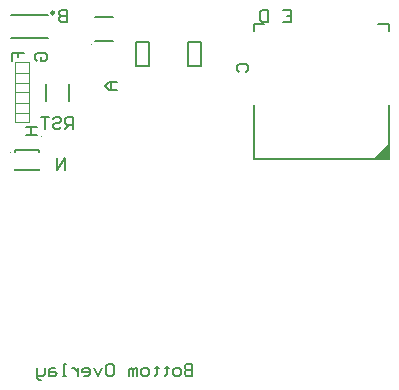
<source format=gbr>
G04 Layer_Color=32896*
%FSLAX45Y45*%
%MOMM*%
%TF.FileFunction,Legend,Bot*%
%TF.Part,Single*%
%TFFileComment,The blind Vias under BGA and Other Pads are Via-In-Pad (VIP)*%
G01*
G75*
%TA.AperFunction,NonConductor*%
%ADD38C,0.10000*%
%ADD39C,0.15000*%
%ADD89C,0.25000*%
%ADD90C,0.20000*%
%ADD91C,0.17780*%
G36*
X2709749Y-1068934D02*
X2579193D01*
X2709749Y-938378D01*
Y-1068934D01*
D02*
G37*
D38*
X95919Y-207554D02*
G03*
X95919Y-207554I-5000J0D01*
G01*
X198789Y-100554D02*
G03*
X198789Y-100554I-5000J0D01*
G01*
X-484371Y-1014615D02*
G03*
X-484371Y-1014615I-5000J0D01*
G01*
X-224371Y-878614D02*
G03*
X-224371Y-878614I-5000J0D01*
G01*
X995629Y-146614D02*
G03*
X995629Y-146614I-5000J0D01*
G01*
X-452495Y-341000D02*
X-333295D01*
X-452895Y-426500D02*
X-333595D01*
X-452795Y-508700D02*
X-333000D01*
X-452395Y-594482D02*
X-333495D01*
X-451795Y-684000D02*
X-332200D01*
X-452795Y-758800D02*
Y-248782D01*
X-333100D01*
Y-758800D02*
Y-248782D01*
X-452795Y-758800D02*
X-333100D01*
D39*
X1015789Y-283644D02*
X1125789D01*
X1015789D02*
Y-83644D01*
X1125789D01*
Y-283644D02*
Y-83644D01*
X570629Y-283614D02*
X680629D01*
X570629D02*
Y-83614D01*
X680629D01*
Y-283614D02*
Y-83614D01*
X-263932Y-865300D02*
X-363900D01*
X-313916D01*
Y-798655D01*
X-263932D01*
X-363900D01*
X-263106Y-240845D02*
X-279768Y-224184D01*
Y-190861D01*
X-263106Y-174200D01*
X-196461D01*
X-179800Y-190861D01*
Y-224184D01*
X-196461Y-240845D01*
X-229784D01*
Y-207523D01*
X-475268Y-240845D02*
Y-174200D01*
X-425284D01*
Y-207523D01*
Y-174200D01*
X-375300D01*
X1818655Y89432D02*
X1885300D01*
Y189400D01*
X1818655D01*
X1885300Y139416D02*
X1851977D01*
X1685364Y89432D02*
Y189400D01*
X1635381D01*
X1618719Y172739D01*
Y106094D01*
X1635381Y89432D01*
X1685364D01*
X1439893Y-337745D02*
X1423232Y-321084D01*
Y-287761D01*
X1439893Y-271100D01*
X1506539D01*
X1523200Y-287761D01*
Y-321084D01*
X1506539Y-337745D01*
X-28550Y-1162230D02*
Y-1062262D01*
X-95195Y-1162230D01*
Y-1062262D01*
X1049092Y-2808711D02*
Y-2908678D01*
X999108D01*
X982447Y-2892017D01*
Y-2875356D01*
X999108Y-2858695D01*
X1049092D01*
X999108D01*
X982447Y-2842033D01*
Y-2825372D01*
X999108Y-2808711D01*
X1049092D01*
X932463Y-2908678D02*
X899140D01*
X882479Y-2892017D01*
Y-2858695D01*
X899140Y-2842033D01*
X932463D01*
X949124Y-2858695D01*
Y-2892017D01*
X932463Y-2908678D01*
X832495Y-2825372D02*
Y-2842033D01*
X849157D01*
X815834D01*
X832495D01*
Y-2892017D01*
X815834Y-2908678D01*
X749189Y-2825372D02*
Y-2842033D01*
X765850D01*
X732528D01*
X749189D01*
Y-2892017D01*
X732528Y-2908678D01*
X665882D02*
X632560D01*
X615899Y-2892017D01*
Y-2858695D01*
X632560Y-2842033D01*
X665882D01*
X682544Y-2858695D01*
Y-2892017D01*
X665882Y-2908678D01*
X582576D02*
Y-2842033D01*
X565915D01*
X549253Y-2858695D01*
Y-2908678D01*
Y-2858695D01*
X532592Y-2842033D01*
X515931Y-2858695D01*
Y-2908678D01*
X332656Y-2808711D02*
X365979D01*
X382640Y-2825372D01*
Y-2892017D01*
X365979Y-2908678D01*
X332656D01*
X315995Y-2892017D01*
Y-2825372D01*
X332656Y-2808711D01*
X282673Y-2842033D02*
X249350Y-2908678D01*
X216028Y-2842033D01*
X132721Y-2908678D02*
X166043D01*
X182705Y-2892017D01*
Y-2858695D01*
X166043Y-2842033D01*
X132721D01*
X116060Y-2858695D01*
Y-2875356D01*
X182705D01*
X82737Y-2842033D02*
Y-2908678D01*
Y-2875356D01*
X66076Y-2858695D01*
X49414Y-2842033D01*
X32753D01*
X-17231Y-2908678D02*
X-50553D01*
X-33892D01*
Y-2808711D01*
X-17231D01*
X-117199Y-2842033D02*
X-150521D01*
X-167182Y-2858695D01*
Y-2908678D01*
X-117199D01*
X-100537Y-2892017D01*
X-117199Y-2875356D01*
X-167182D01*
X-200505Y-2842033D02*
Y-2892017D01*
X-217166Y-2908678D01*
X-267150D01*
Y-2925340D01*
X-250489Y-2942001D01*
X-233828D01*
X-267150Y-2908678D02*
Y-2842033D01*
X34100Y-815600D02*
Y-715632D01*
X-15884D01*
X-32545Y-732294D01*
Y-765616D01*
X-15884Y-782278D01*
X34100D01*
X777D02*
X-32545Y-815600D01*
X-132513Y-732294D02*
X-115852Y-715632D01*
X-82529D01*
X-65868Y-732294D01*
Y-748955D01*
X-82529Y-765616D01*
X-115852D01*
X-132513Y-782278D01*
Y-798939D01*
X-115852Y-815600D01*
X-82529D01*
X-65868Y-798939D01*
X-165836Y-715632D02*
X-232481D01*
X-199158D01*
Y-815600D01*
X-16000Y188268D02*
Y88300D01*
X-65984D01*
X-82645Y104961D01*
Y121623D01*
X-65984Y138284D01*
X-16000D01*
X-65984D01*
X-82645Y154945D01*
Y171606D01*
X-65984Y188268D01*
X-16000D01*
X409100Y-424700D02*
X342455D01*
X309132Y-458022D01*
X342455Y-491345D01*
X409100D01*
X359116D01*
Y-424700D01*
D89*
X-121871Y165386D02*
G03*
X-121871Y165386I-12500J0D01*
G01*
D90*
X-449371Y-1169615D02*
Y-1154615D01*
X-249371Y-1169615D02*
Y-1154615D01*
X-449371Y-1014615D02*
Y-999615D01*
X-249371Y-1014615D02*
Y-999615D01*
X-449371Y-1169615D02*
X-249371D01*
X-449371Y-999615D02*
X-249371D01*
X-484371Y150386D02*
X-169371D01*
X-484371Y-49614D02*
X-169371D01*
X-194566Y-582114D02*
Y-437114D01*
X5434Y-582114D02*
Y-437114D01*
X228129Y-73614D02*
X373129D01*
X228129Y126386D02*
X373129D01*
D91*
X1566749Y13106D02*
Y71526D01*
X1658189D01*
X2618309D02*
X2709749D01*
Y13106D02*
Y71526D01*
Y-1068934D02*
Y-616814D01*
X1569289Y-1068934D02*
Y-616814D01*
Y-1068934D02*
X2709749D01*
%TF.MD5,120988796a5920a7b5e843812e3bd191*%
M02*

</source>
